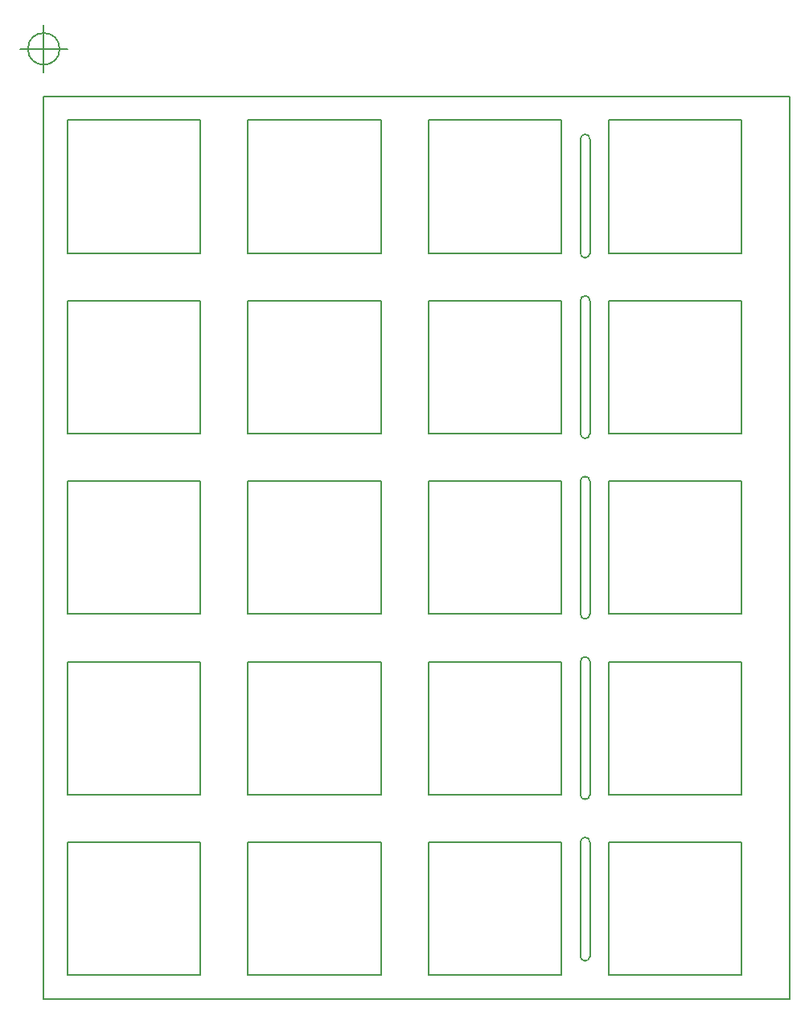
<source format=gbr>
G04 #@! TF.GenerationSoftware,KiCad,Pcbnew,5.0.2-bee76a0~70~ubuntu16.04.1*
G04 #@! TF.CreationDate,2019-02-18T18:39:03+09:00*
G04 #@! TF.ProjectId,frame,6672616d-652e-46b6-9963-61645f706362,rev?*
G04 #@! TF.SameCoordinates,Original*
G04 #@! TF.FileFunction,Profile,NP*
%FSLAX46Y46*%
G04 Gerber Fmt 4.6, Leading zero omitted, Abs format (unit mm)*
G04 Created by KiCad (PCBNEW 5.0.2-bee76a0~70~ubuntu16.04.1) date 2019年02月18日 18時39分03秒*
%MOMM*%
%LPD*%
G01*
G04 APERTURE LIST*
%ADD10C,0.150000*%
%ADD11C,0.200000*%
G04 APERTURE END LIST*
D10*
X87500000Y-51500000D02*
X87500000Y-39500000D01*
X86500000Y-39500000D02*
X86500000Y-51500000D01*
X86500000Y-39500000D02*
G75*
G02X87500000Y-39500000I500000J0D01*
G01*
X108500000Y-130000000D02*
X108500000Y-35000000D01*
X30000000Y-35000000D02*
X30000000Y-130000000D01*
X30000000Y-35000000D02*
X108500000Y-35000000D01*
X30000000Y-130000000D02*
X108500000Y-130000000D01*
X103500000Y-37500000D02*
X89500000Y-37500000D01*
X103500000Y-51500000D02*
X103500000Y-37500000D01*
X89500000Y-51500000D02*
X103500000Y-51500000D01*
X89500000Y-37500000D02*
X89500000Y-51500000D01*
X84500000Y-37500000D02*
X70500000Y-37500000D01*
X84500000Y-51500000D02*
X84500000Y-37500000D01*
X70500000Y-51500000D02*
X84500000Y-51500000D01*
X70500000Y-37500000D02*
X70500000Y-51500000D01*
X65500000Y-37500000D02*
X51500000Y-37500000D01*
X65500000Y-51500000D02*
X65500000Y-37500000D01*
X51500000Y-51500000D02*
X65500000Y-51500000D01*
X51500000Y-37500000D02*
X51500000Y-51500000D01*
X46500000Y-37500000D02*
X32500000Y-37500000D01*
X46500000Y-51500000D02*
X46500000Y-37500000D01*
X32500000Y-51500000D02*
X46500000Y-51500000D01*
X32500000Y-37500000D02*
X32500000Y-51500000D01*
X46500000Y-56500000D02*
X32500000Y-56500000D01*
X46500000Y-70500000D02*
X46500000Y-56500000D01*
X32500000Y-70500000D02*
X46500000Y-70500000D01*
X32500000Y-56500000D02*
X32500000Y-70500000D01*
X65500000Y-56500000D02*
X51500000Y-56500000D01*
X65500000Y-70500000D02*
X65500000Y-56500000D01*
X51500000Y-70500000D02*
X65500000Y-70500000D01*
X51500000Y-56500000D02*
X51500000Y-70500000D01*
X84500000Y-56500000D02*
X70500000Y-56500000D01*
X84500000Y-70500000D02*
X84500000Y-56500000D01*
X70500000Y-70500000D02*
X84500000Y-70500000D01*
X70500000Y-56500000D02*
X70500000Y-70500000D01*
X103500000Y-56500000D02*
X89500000Y-56500000D01*
X103500000Y-70500000D02*
X103500000Y-56500000D01*
X89500000Y-70500000D02*
X103500000Y-70500000D01*
X89500000Y-56500000D02*
X89500000Y-70500000D01*
X103500000Y-75500000D02*
X89500000Y-75500000D01*
X103500000Y-89500000D02*
X103500000Y-75500000D01*
X89500000Y-89500000D02*
X103500000Y-89500000D01*
X89500000Y-75500000D02*
X89500000Y-89500000D01*
X84500000Y-75500000D02*
X70500000Y-75500000D01*
X84500000Y-89500000D02*
X84500000Y-75500000D01*
X70500000Y-89500000D02*
X84500000Y-89500000D01*
X70500000Y-75500000D02*
X70500000Y-89500000D01*
X65500000Y-75500000D02*
X51500000Y-75500000D01*
X65500000Y-89500000D02*
X65500000Y-75500000D01*
X51500000Y-89500000D02*
X65500000Y-89500000D01*
X51500000Y-75500000D02*
X51500000Y-89500000D01*
X46500000Y-75500000D02*
X32500000Y-75500000D01*
X46500000Y-89500000D02*
X46500000Y-75500000D01*
X32500000Y-89500000D02*
X46500000Y-89500000D01*
X32500000Y-75500000D02*
X32500000Y-89500000D01*
X46500000Y-94500000D02*
X32500000Y-94500000D01*
X46500000Y-108500000D02*
X46500000Y-94500000D01*
X32500000Y-108500000D02*
X46500000Y-108500000D01*
X32500000Y-94500000D02*
X32500000Y-108500000D01*
X65500000Y-94500000D02*
X51500000Y-94500000D01*
X65500000Y-108500000D02*
X65500000Y-94500000D01*
X51500000Y-108500000D02*
X65500000Y-108500000D01*
X51500000Y-94500000D02*
X51500000Y-108500000D01*
X84500000Y-94500000D02*
X70500000Y-94500000D01*
X84500000Y-108500000D02*
X84500000Y-94500000D01*
X70500000Y-108500000D02*
X84500000Y-108500000D01*
X70500000Y-94500000D02*
X70500000Y-108500000D01*
X103500000Y-94500000D02*
X89500000Y-94500000D01*
X103500000Y-108500000D02*
X103500000Y-94500000D01*
X89500000Y-108500000D02*
X103500000Y-108500000D01*
X89500000Y-94500000D02*
X89500000Y-108500000D01*
X89500000Y-127500000D02*
X89500000Y-113500000D01*
X103500000Y-127500000D02*
X89500000Y-127500000D01*
X103500000Y-113500000D02*
X103500000Y-127500000D01*
X89500000Y-113500000D02*
X103500000Y-113500000D01*
X84500000Y-113500000D02*
X70500000Y-113500000D01*
X84500000Y-127500000D02*
X84500000Y-113500000D01*
X70500000Y-127500000D02*
X84500000Y-127500000D01*
X70500000Y-113500000D02*
X70500000Y-127500000D01*
X65500000Y-113500000D02*
X51500000Y-113500000D01*
X65500000Y-127500000D02*
X65500000Y-113500000D01*
X51500000Y-127500000D02*
X65500000Y-127500000D01*
X51500000Y-113500000D02*
X51500000Y-127500000D01*
X46500000Y-113500000D02*
X32500000Y-113500000D01*
X46500000Y-127500000D02*
X46500000Y-113500000D01*
X32500000Y-127500000D02*
X46500000Y-127500000D01*
X32500000Y-113500000D02*
X32500000Y-127500000D01*
D11*
X86500000Y-113500000D02*
G75*
G02X87500000Y-113500000I500000J0D01*
G01*
D10*
X86500000Y-125500000D02*
X86500000Y-113500000D01*
X87500000Y-113500000D02*
X87500000Y-125500000D01*
X87500000Y-125500000D02*
G75*
G02X86500000Y-125500000I-500000J0D01*
G01*
X87500000Y-70500000D02*
X87500000Y-56500000D01*
X86500000Y-56500000D02*
X86500000Y-70500000D01*
X87500000Y-51500000D02*
G75*
G02X86500000Y-51500000I-500000J0D01*
G01*
X86500000Y-56500000D02*
G75*
G02X87500000Y-56500000I500000J0D01*
G01*
X87500000Y-70500000D02*
G75*
G02X86500000Y-70500000I-500000J0D01*
G01*
X86500000Y-89500000D02*
X86500000Y-75500000D01*
X87500000Y-75500000D02*
X87500000Y-89500000D01*
X86500000Y-75500000D02*
G75*
G02X87500000Y-75500000I500000J0D01*
G01*
X87500000Y-89500000D02*
G75*
G02X86500000Y-89500000I-500000J0D01*
G01*
X86500000Y-94500000D02*
X86500000Y-108500000D01*
X87500000Y-94500000D02*
X87500000Y-108500000D01*
X86500000Y-94500000D02*
G75*
G02X87500000Y-94500000I500000J0D01*
G01*
X87500000Y-108500000D02*
G75*
G02X86500000Y-108500000I-500000J0D01*
G01*
X31666666Y-30000000D02*
G75*
G03X31666666Y-30000000I-1666666J0D01*
G01*
X27500000Y-30000000D02*
X32500000Y-30000000D01*
X30000000Y-27500000D02*
X30000000Y-32500000D01*
M02*

</source>
